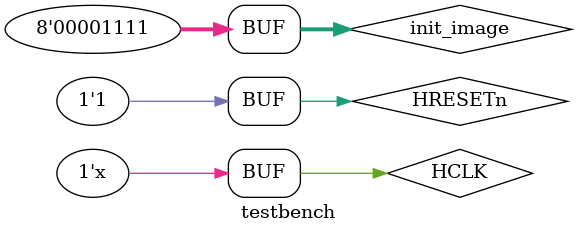
<source format=v>
`timescale 1ns/1ns


module testbench();

reg HCLK;
wire HSEL;
reg HRESETn;
reg HREADY;
wire HREADYOUT;
reg [31: 0] HADDR;
reg [1: 0] HTRANS;
reg HWRITE;
reg [2: 0] HSIZE;
reg [31: 0] HWDATA;
reg [2: 0] count;
wire [31: 0] HRDATA;
reg [7: 0] init_image;
integer i;

initial begin
	HCLK <= 0;
	HRESETn <= 1;

	init_image <= 8'b0000_1111;

	#20 
	HRESETn = 0;
	#20
	HRESETn = 1;

	HTRANS <= 2'b10;
	HSIZE <= 3'b010;
end

always #10 HCLK = ~HCLK;
assign HSEL = HADDR[0];

always @(posedge HCLK or negedge HRESETn) begin
	if(!HRESETn) begin
		HADDR <= 0;
		HREADY <= 0;
		HTRANS <= 2'b00;
		HWRITE <= 0;
		HSIZE <= 2'b00;
		HWDATA <= 0;
		count <= 3'b0;
	end
	else begin
		if(count == 0) begin
			HADDR <= 32'b0000_0000_0000_0000_0000_0000_0000_0001;
			HWRITE <= 0;
			HREADY <= 1;
			count = count + 1;
		end
		else if(count == 1) begin
			HADDR <= 32'b0000_0000_0000_0000_0000_0000_0000_0001;
			HWRITE <= 1;
			HREADY <= 1;
			count = count + 1;
		end
		else if(count == 2) begin
			HWDATA <= 32'b1111_1111_1111_1111_1111_1111_1111_1111;
			HADDR <= 32'b0000_0000_0000_0000_0000_0000_0001_0001;
			HREADY <= 1;
			HWRITE <= 0;
			count = count + 1;
		end
		else if(count == 3) begin
			HADDR <= 32'b0000_0000_0000_0000_0000_0000_0000_1000;
			HWRITE <= 0;
			HREADY <= 1;
			count = count + 1;
		end
		else begin
			HADDR <= 32'b0000_0000_0000_0000_0000_0000_0000_0000;
			HWRITE <= 0;
			HREADY <= 0;
			count <= count + 1;
		end
	end
end

AHB2SLAVE test(.HSEL(HSEL), .HCLK(HCLK), .HRESETn(HRESETn), .HREADY(HREADY), .HADDR(HADDR), 
	.HTRANS(HTRANS), .HWRITE(HWRITE), .HSIZE(HSIZE), .HWDATA(HWDATA), .HREADYOUT(HREADYOUT), .HRDATA(HRDATA), .init_image(init_image));

endmodule
</source>
